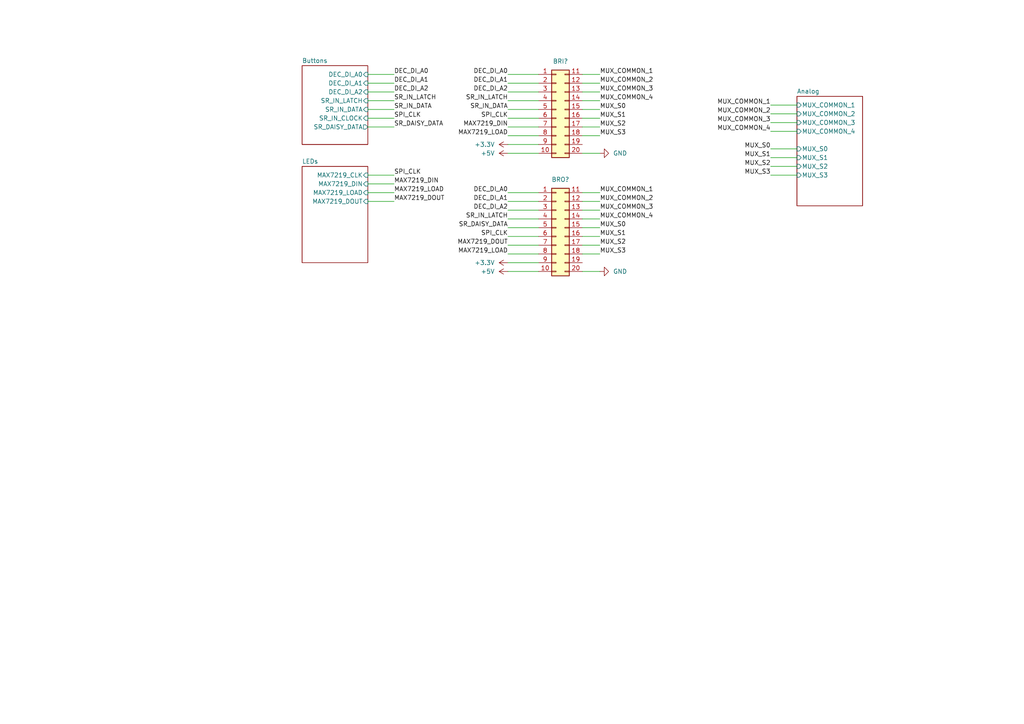
<source format=kicad_sch>
(kicad_sch (version 20211123) (generator eeschema)
  (paper "A4")
  (lib_symbols
    (symbol "Connector_Generic:Conn_02x10_Top_Bottom" (pin_names (offset 1.016) hide)
      (property "Reference" "J" (at 1.27 12.7 0))
      (property "Value" "Conn_02x10_Top_Bottom" (at 1.27 -15.24 0))
      (symbol "Conn_02x10_Top_Bottom_1_1"
        (rectangle (start -1.27 -12.573) (end 0 -12.827) (stroke (width 0.1524)))
        (rectangle (start -1.27 -10.033) (end 0 -10.287) (stroke (width 0.1524)))
        (rectangle (start -1.27 -7.493) (end 0 -7.747) (stroke (width 0.1524)))
        (rectangle (start -1.27 -4.953) (end 0 -5.207) (stroke (width 0.1524)))
        (rectangle (start -1.27 -2.413) (end 0 -2.667) (stroke (width 0.1524)))
        (rectangle (start -1.27 0.127) (end 0 -0.127) (stroke (width 0.1524)))
        (rectangle (start -1.27 2.667) (end 0 2.413) (stroke (width 0.1524)))
        (rectangle (start -1.27 5.207) (end 0 4.953) (stroke (width 0.1524)))
        (rectangle (start -1.27 7.747) (end 0 7.493) (stroke (width 0.1524)))
        (rectangle (start -1.27 10.287) (end 0 10.033) (stroke (width 0.1524)))
        (rectangle (start -1.27 11.43) (end 3.81 -13.97) (stroke (width 0.254)) (fill (type background)))
        (rectangle (start 3.81 -12.573) (end 2.54 -12.827) (stroke (width 0.1524)))
        (rectangle (start 3.81 -10.033) (end 2.54 -10.287) (stroke (width 0.1524)))
        (rectangle (start 3.81 -7.493) (end 2.54 -7.747) (stroke (width 0.1524)))
        (rectangle (start 3.81 -4.953) (end 2.54 -5.207) (stroke (width 0.1524)))
        (rectangle (start 3.81 -2.413) (end 2.54 -2.667) (stroke (width 0.1524)))
        (rectangle (start 3.81 0.127) (end 2.54 -0.127) (stroke (width 0.1524)))
        (rectangle (start 3.81 2.667) (end 2.54 2.413) (stroke (width 0.1524)))
        (rectangle (start 3.81 5.207) (end 2.54 4.953) (stroke (width 0.1524)))
        (rectangle (start 3.81 7.747) (end 2.54 7.493) (stroke (width 0.1524)))
        (rectangle (start 3.81 10.287) (end 2.54 10.033) (stroke (width 0.1524)))
        (pin passive line (at -5.08 10.16 0) (length 3.81) (name "Pin_1") (number "1"))
        (pin passive line (at -5.08 -12.7 0) (length 3.81) (name "Pin_10") (number "10"))
        (pin passive line (at 7.62 10.16 180) (length 3.81) (name "Pin_11") (number "11"))
        (pin passive line (at 7.62 7.62 180) (length 3.81) (name "Pin_12") (number "12"))
        (pin passive line (at 7.62 5.08 180) (length 3.81) (name "Pin_13") (number "13"))
        (pin passive line (at 7.62 2.54 180) (length 3.81) (name "Pin_14") (number "14"))
        (pin passive line (at 7.62 0 180) (length 3.81) (name "Pin_15") (number "15"))
        (pin passive line (at 7.62 -2.54 180) (length 3.81) (name "Pin_16") (number "16"))
        (pin passive line (at 7.62 -5.08 180) (length 3.81) (name "Pin_17") (number "17"))
        (pin passive line (at 7.62 -7.62 180) (length 3.81) (name "Pin_18") (number "18"))
        (pin passive line (at 7.62 -10.16 180) (length 3.81) (name "Pin_19") (number "19"))
        (pin passive line (at -5.08 7.62 0) (length 3.81) (name "Pin_2") (number "2"))
        (pin passive line (at 7.62 -12.7 180) (length 3.81) (name "Pin_20") (number "20"))
        (pin passive line (at -5.08 5.08 0) (length 3.81) (name "Pin_3") (number "3"))
        (pin passive line (at -5.08 2.54 0) (length 3.81) (name "Pin_4") (number "4"))
        (pin passive line (at -5.08 0 0) (length 3.81) (name "Pin_5") (number "5"))
        (pin passive line (at -5.08 -2.54 0) (length 3.81) (name "Pin_6") (number "6"))
        (pin passive line (at -5.08 -5.08 0) (length 3.81) (name "Pin_7") (number "7"))
        (pin passive line (at -5.08 -7.62 0) (length 3.81) (name "Pin_8") (number "8"))
        (pin passive line (at -5.08 -10.16 0) (length 3.81) (name "Pin_9") (number "9"))
      )
    )
    (symbol "power:+3.3V" (power) (pin_names (offset 0))
      (property "Value" "+3.3V" (at 0 3.556 0))
      (symbol "+3.3V_0_1"
        (polyline (pts (xy -0.762 1.27) (xy 0 2.54)))
        (polyline (pts (xy 0 0) (xy 0 2.54)))
        (polyline (pts (xy 0 2.54) (xy 0.762 1.27)))
      )
      (symbol "+3.3V_1_1"
        (pin power_in line (at 0 0 90) (length 0) hide (name "+3.3V") (number "1"))
      )
    )
    (symbol "power:+5V" (power) (pin_names (offset 0))
      (property "Value" "+5V" (at 0 3.556 0))
      (symbol "+5V_0_1"
        (polyline (pts (xy -0.762 1.27) (xy 0 2.54)))
        (polyline (pts (xy 0 0) (xy 0 2.54)))
        (polyline (pts (xy 0 2.54) (xy 0.762 1.27)))
      )
      (symbol "+5V_1_1"
        (pin power_in line (at 0 0 90) (length 0) hide (name "+5V") (number "1"))
      )
    )
    (symbol "power:GND" (power) (pin_names (offset 0))
      (property "Value" "GND" (at 0 -3.81 0))
      (symbol "GND_0_1"
        (polyline (pts (xy 0 0) (xy 0 -1.27) (xy 1.27 -1.27) (xy 0 -2.54) (xy -1.27 -1.27) (xy 0 -1.27)))
      )
      (symbol "GND_1_1"
        (pin power_in line (at 0 0 270) (length 0) hide (name "GND") (number "1"))
      )
    )
  )
  (wire (pts (xy 106.68 53.34) (xy 114.3 53.34)))
  (wire (pts (xy 147.32 63.5) (xy 156.21 63.5)))
  (wire (pts (xy 147.32 66.04) (xy 156.21 66.04)))
  (wire (pts (xy 168.91 66.04) (xy 173.99 66.04)))
  (wire (pts (xy 147.32 71.12) (xy 156.21 71.12)))
  (wire (pts (xy 223.52 38.1) (xy 231.14 38.1)))
  (wire (pts (xy 106.68 21.59) (xy 114.3 21.59)))
  (wire (pts (xy 147.32 55.88) (xy 156.21 55.88)))
  (wire (pts (xy 168.91 26.67) (xy 173.99 26.67)))
  (wire (pts (xy 147.32 73.66) (xy 156.21 73.66)))
  (wire (pts (xy 147.32 44.45) (xy 156.21 44.45)))
  (wire (pts (xy 147.32 78.74) (xy 156.21 78.74)))
  (wire (pts (xy 223.52 30.48) (xy 231.14 30.48)))
  (wire (pts (xy 223.52 45.72) (xy 231.14 45.72)))
  (wire (pts (xy 168.91 73.66) (xy 173.99 73.66)))
  (wire (pts (xy 106.68 29.21) (xy 114.3 29.21)))
  (wire (pts (xy 168.91 34.29) (xy 173.99 34.29)))
  (wire (pts (xy 168.91 21.59) (xy 173.99 21.59)))
  (wire (pts (xy 168.91 55.88) (xy 173.99 55.88)))
  (wire (pts (xy 223.52 35.56) (xy 231.14 35.56)))
  (wire (pts (xy 106.68 50.8) (xy 114.3 50.8)))
  (wire (pts (xy 223.52 33.02) (xy 231.14 33.02)))
  (wire (pts (xy 168.91 58.42) (xy 173.99 58.42)))
  (wire (pts (xy 106.68 31.75) (xy 114.3 31.75)))
  (wire (pts (xy 147.32 36.83) (xy 156.21 36.83)))
  (wire (pts (xy 106.68 24.13) (xy 114.3 24.13)))
  (wire (pts (xy 147.32 39.37) (xy 156.21 39.37)))
  (wire (pts (xy 168.91 29.21) (xy 173.99 29.21)))
  (wire (pts (xy 147.32 68.58) (xy 156.21 68.58)))
  (wire (pts (xy 168.91 68.58) (xy 173.99 68.58)))
  (wire (pts (xy 147.32 24.13) (xy 156.21 24.13)))
  (wire (pts (xy 147.32 31.75) (xy 156.21 31.75)))
  (wire (pts (xy 168.91 60.96) (xy 173.99 60.96)))
  (wire (pts (xy 168.91 24.13) (xy 173.99 24.13)))
  (wire (pts (xy 168.91 31.75) (xy 173.99 31.75)))
  (wire (pts (xy 147.32 29.21) (xy 156.21 29.21)))
  (wire (pts (xy 168.91 44.45) (xy 173.99 44.45)))
  (wire (pts (xy 223.52 48.26) (xy 231.14 48.26)))
  (wire (pts (xy 106.68 36.83) (xy 114.3 36.83)))
  (wire (pts (xy 168.91 63.5) (xy 173.99 63.5)))
  (wire (pts (xy 147.32 76.2) (xy 156.21 76.2)))
  (wire (pts (xy 147.32 60.96) (xy 156.21 60.96)))
  (wire (pts (xy 147.32 34.29) (xy 156.21 34.29)))
  (wire (pts (xy 147.32 26.67) (xy 156.21 26.67)))
  (wire (pts (xy 106.68 26.67) (xy 114.3 26.67)))
  (wire (pts (xy 147.32 21.59) (xy 156.21 21.59)))
  (wire (pts (xy 106.68 58.42) (xy 114.3 58.42)))
  (wire (pts (xy 168.91 78.74) (xy 173.99 78.74)))
  (wire (pts (xy 168.91 71.12) (xy 173.99 71.12)))
  (wire (pts (xy 147.32 41.91) (xy 156.21 41.91)))
  (wire (pts (xy 147.32 58.42) (xy 156.21 58.42)))
  (wire (pts (xy 231.14 50.8) (xy 223.52 50.8)))
  (wire (pts (xy 106.68 55.88) (xy 114.3 55.88)))
  (wire (pts (xy 106.68 34.29) (xy 114.3 34.29)))
  (wire (pts (xy 223.52 43.18) (xy 231.14 43.18)))
  (wire (pts (xy 168.91 36.83) (xy 173.99 36.83)))
  (wire (pts (xy 168.91 39.37) (xy 173.99 39.37)))
  (label "MAX7219_DOUT" (at 147.32 71.12 180))
  (label "MUX_S3" (at 173.99 39.37 0))
  (label "SR_DAISY_DATA" (at 114.3 36.83 0))
  (label "SR_DAISY_DATA" (at 147.32 66.04 180))
  (label "MUX_COMMON_3" (at 173.99 60.96 0))
  (label "MUX_COMMON_4" (at 173.99 29.21 0))
  (label "DEC_DI_A2" (at 114.3 26.67 0))
  (label "DEC_DI_A1" (at 147.32 24.13 180))
  (label "DEC_DI_A0" (at 147.32 55.88 180))
  (label "MUX_S3" (at 173.99 73.66 0))
  (label "SR_IN_DATA" (at 147.32 31.75 180))
  (label "MUX_S1" (at 223.52 45.72 180))
  (label "MUX_COMMON_3" (at 223.52 35.56 180))
  (label "MUX_COMMON_2" (at 173.99 58.42 0))
  (label "MAX7219_LOAD" (at 114.3 55.88 0))
  (label "SR_IN_DATA" (at 114.3 31.75 0))
  (label "MUX_COMMON_2" (at 173.99 24.13 0))
  (label "DEC_DI_A1" (at 114.3 24.13 0))
  (label "MAX7219_LOAD" (at 147.32 39.37 180))
  (label "DEC_DI_A1" (at 147.32 58.42 180))
  (label "MUX_COMMON_3" (at 173.99 26.67 0))
  (label "MUX_S1" (at 173.99 68.58 0))
  (label "MUX_S0" (at 223.52 43.18 180))
  (label "MUX_COMMON_2" (at 223.52 33.02 180))
  (label "SPI_CLK" (at 114.3 34.29 0))
  (label "MUX_S2" (at 223.52 48.26 180))
  (label "MUX_S3" (at 223.52 50.8 180))
  (label "SPI_CLK" (at 114.3 50.8 0))
  (label "MUX_S1" (at 173.99 34.29 0))
  (label "MUX_COMMON_1" (at 173.99 21.59 0))
  (label "MUX_COMMON_4" (at 223.52 38.1 180))
  (label "SR_IN_LATCH" (at 147.32 29.21 180))
  (label "MAX7219_DIN" (at 114.3 53.34 0))
  (label "SPI_CLK" (at 147.32 34.29 180))
  (label "MUX_COMMON_1" (at 173.99 55.88 0))
  (label "DEC_DI_A2" (at 147.32 26.67 180))
  (label "MUX_S0" (at 173.99 31.75 0))
  (label "MAX7219_DIN" (at 147.32 36.83 180))
  (label "MAX7219_LOAD" (at 147.32 73.66 180))
  (label "MUX_S0" (at 173.99 66.04 0))
  (label "DEC_DI_A0" (at 114.3 21.59 0))
  (label "SR_IN_LATCH" (at 114.3 29.21 0))
  (label "MUX_S2" (at 173.99 36.83 0))
  (label "MUX_COMMON_4" (at 173.99 63.5 0))
  (label "MUX_S2" (at 173.99 71.12 0))
  (label "SPI_CLK" (at 147.32 68.58 180))
  (label "DEC_DI_A0" (at 147.32 21.59 180))
  (label "SR_IN_LATCH" (at 147.32 63.5 180))
  (label "MAX7219_DOUT" (at 114.3 58.42 0))
  (label "MUX_COMMON_1" (at 223.52 30.48 180))
  (label "DEC_DI_A2" (at 147.32 60.96 180))
  (symbol (lib_id "power:+5V") (at 147.32 44.45 90) (unit 1)
    (property "Reference" "#PWR?" (effects hide))
    (property "Value" "+5V" (at 143.51 44.4499 90) (effects (justify left)))
  )
  (symbol (lib_id "Connector_Generic:Conn_02x10_Top_Bottom") (at 161.29 31.75 0) (unit 1)
    (property "Reference" "BRI?" (at 162.56 17.78 0))
    (property "Value" "Conn_02x10_Top_Bottom" (effects hide))
  )
  (symbol (lib_id "power:+3.3V") (at 147.32 41.91 90) (unit 1)
    (property "Reference" "#PWR?" (effects hide))
    (property "Value" "+3.3V" (at 143.51 41.9099 90) (effects (justify left)))
  )
  (symbol (lib_id "Connector_Generic:Conn_02x10_Top_Bottom") (at 161.29 66.04 0) (unit 1)
    (property "Reference" "BRO?" (at 162.56 52.07 0))
    (property "Value" "Conn_02x10_Top_Bottom" (effects hide))
  )
  (symbol (lib_id "power:GND") (at 173.99 78.74 90) (unit 1)
    (property "Reference" "#PWR?" (effects hide))
    (property "Value" "GND" (at 177.8 78.7399 90) (effects (justify right)))
  )
  (symbol (lib_id "power:+5V") (at 147.32 78.74 90) (unit 1)
    (property "Reference" "#PWR?" (effects hide))
    (property "Value" "+5V" (at 143.51 78.7399 90) (effects (justify left)))
  )
  (symbol (lib_id "power:+3.3V") (at 147.32 76.2 90) (unit 1)
    (property "Reference" "#PWR?" (effects hide))
    (property "Value" "+3.3V" (at 143.51 76.1999 90) (effects (justify left)))
  )
  (symbol (lib_id "power:GND") (at 173.99 44.45 90) (unit 1)
    (property "Reference" "#PWR?" (effects hide))
    (property "Value" "GND" (at 177.8 44.4499 90) (effects (justify right)))
  )
  (sheet (at 87.63 19.05) (size 19.05 22.86) (stroke (width 0.1524))
    (property "Sheet name" "Buttons" (at 87.63 18.3384 0) (effects (justify left bottom)))
    (property "Sheet file" "Buttons.kicad_sch" (effects hide))
    (pin "DEC_DI_A1" input (at 106.68 24.13 0))
    (pin "DEC_DI_A0" input (at 106.68 21.59 0))
    (pin "DEC_DI_A2" input (at 106.68 26.67 0))
    (pin "SR_IN_CLOCK" input (at 106.68 34.29 0))
    (pin "SR_IN_LATCH" input (at 106.68 29.21 0))
    (pin "SR_IN_DATA" input (at 106.68 31.75 0))
    (pin "SR_DAISY_DATA" output (at 106.68 36.83 0))
  )
  (sheet (at 231.14 27.94) (size 19.05 31.75) (stroke (width 0.1524))
    (property "Sheet name" "Analog" (at 231.14 27.2284 0) (effects (justify left bottom)))
    (property "Sheet file" "Analog.kicad_sch" (effects hide))
    (pin "MUX_COMMON_1" input (at 231.14 30.48 180))
    (pin "MUX_COMMON_2" input (at 231.14 33.02 180))
    (pin "MUX_COMMON_3" input (at 231.14 35.56 180))
    (pin "MUX_COMMON_4" input (at 231.14 38.1 180))
    (pin "MUX_S3" input (at 231.14 50.8 180))
    (pin "MUX_S2" input (at 231.14 48.26 180))
    (pin "MUX_S1" input (at 231.14 45.72 180))
    (pin "MUX_S0" input (at 231.14 43.18 180))
  )
  (sheet (at 87.63 48.26) (size 19.05 27.94) (stroke (width 0.1524))
    (property "Sheet name" "LEDs" (at 87.63 47.5484 0) (effects (justify left bottom)))
    (property "Sheet file" "LEDs.kicad_sch" (effects hide))
    (pin "MAX7219_DIN" input (at 106.68 53.34 0))
    (pin "MAX7219_LOAD" input (at 106.68 55.88 0))
    (pin "MAX7219_CLK" input (at 106.68 50.8 0))
    (pin "MAX7219_DOUT" input (at 106.68 58.42 0))
  )
)
</source>
